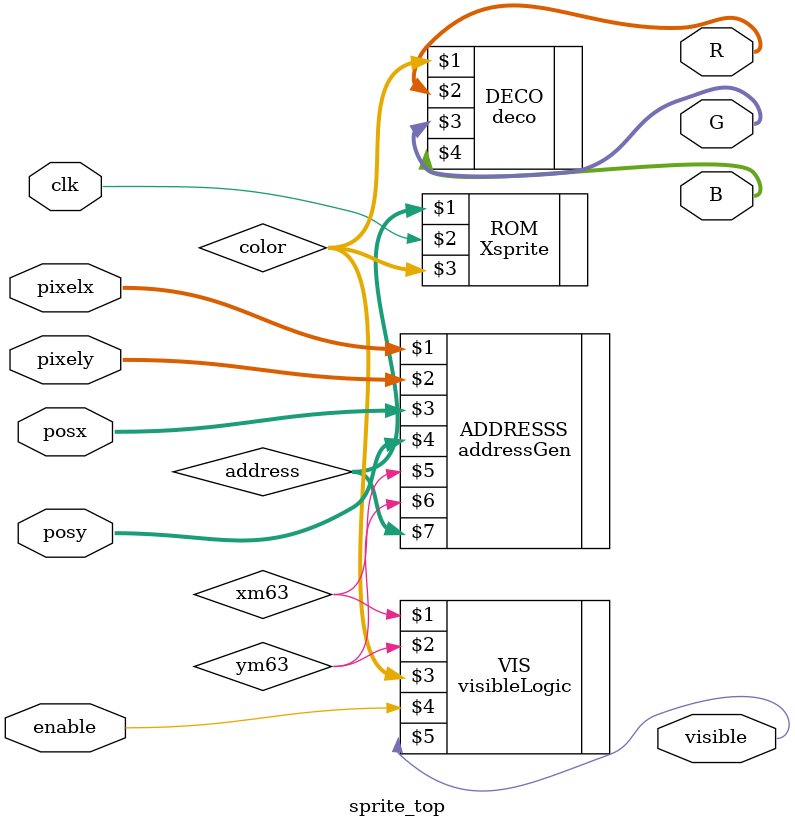
<source format=sv>
module sprite_top(input clk, input [9:0] posx,
						posy, pixelx, pixely,
						input enable,
						output [3:0] R,
						output [3:0] G,
						output [3:0] B,
						output visible);
//ROM 
logic [15:0] address;
logic [2:0] color;
Xsprite ROM (address,clk, color);	
//DECO
deco DECO (color, R, G, B);
logic xm63, ym63;
//ADDRESS GENERATION
addressGen ADDRESSS(pixelx, pixely,
            posx, posy, xm63, ym63,address);	//genera address para recorrer el rom
//VISIBLE LOGIC			
visibleLogic VIS (xm63, ym63,color,enable,visible);						
endmodule  
//

</source>
